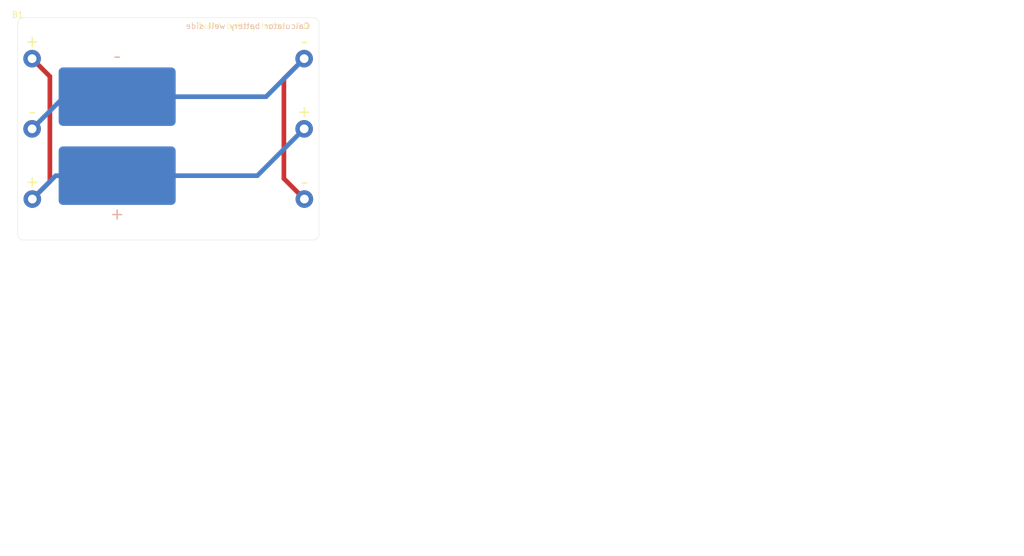
<source format=kicad_pcb>
(kicad_pcb (version 20240108) (generator "pcbnew") (generator_version "8.0")
  (layers (0 "F.Cu" signal) (31 "B.Cu" signal) (34 "B.Paste" user) (35 "F.Paste" user) (36 "B.SilkS" user "B.Silkscreen") (37 "F.SilkS" user "F.Silkscreen") (38 "B.Mask" user) (39 "F.Mask" user) (44 "Edge.Cuts" user))
  (net 0 "")
  (net 1 "/V-")
  (net 2 "/V+")
  (footprint "aaa:aaa-holder-3x1-pins" (layer "F.Cu") (at 15 15)
    (property "Reference" "B1" (at 0 -0.5 0) (layer "F.SilkS"))
    (property "Value" "~")
    (pad "1" thru_hole circle (at 2.46 7) (size 3 3) (drill 1.5) (layers "*.Cu" "*.Mask") (net 2 "/V+"))
    (pad "2" thru_hole circle (at 2.46 19) (size 3 3) (drill 1.5) (layers "*.Cu" "*.Mask") (net 1 "/V-"))
    (pad "3" thru_hole circle (at 2.5 31) (size 3 3) (drill 1.5) (layers "*.Cu" "*.Mask") (net 2 "/V+"))
    (pad "4" thru_hole circle (at 49 31) (size 3 3) (drill 1.5) (layers "*.Cu" "*.Mask") (net 1 "/V-"))
    (pad "5" thru_hole circle (at 48.96 19) (size 3 3) (drill 1.5) (layers "*.Cu" "*.Mask") (net 2 "/V+"))
    (pad "6" thru_hole circle (at 48.96 7) (size 3 3) (drill 1.5) (layers "*.Cu" "*.Mask") (net 1 "/V-"))
  )
  (footprint "aaa:hp-contacts" (layer "B.Cu") (at 32 28.5 180)
    (property "Reference" "J1" (hide yes))
    (property "Value" "~")
    (pad "1" smd roundrect (at 0 0 180) (size 20 10) (layers "B.Cu" "B.Paste" "B.Mask") (roundrect_rratio 0.075) (net 1 "/V-"))
    (pad "2" smd roundrect (at 0 -13.5 180) (size 20 10) (layers "B.Cu" "B.Paste" "B.Mask") (roundrect_rratio 0.075) (net 2 "/V+"))
  )
  (gr_arc (start 15 16) (mid 15.292893 15.292893) (end 16 15) (stroke (width 0.05)) (layer "Edge.Cuts"))
  (gr_line (start 16 15) (end 65.5 15) (stroke (width 0.05)) (layer "Edge.Cuts"))
  (gr_line (start 66.5 16) (end 66.5 52) (stroke (width 0.05)) (layer "Edge.Cuts"))
  (gr_arc (start 65.5 15) (mid 66.207107 15.292893) (end 66.5 16) (stroke (width 0.05)) (layer "Edge.Cuts"))
  (gr_arc (start 16 53) (mid 15.292893 52.707107) (end 15 52) (stroke (width 0.05)) (layer "Edge.Cuts"))
  (gr_line (start 15 52) (end 15 16) (stroke (width 0.05)) (layer "Edge.Cuts"))
  (gr_arc (start 66.5 52) (mid 66.207107 52.707107) (end 65.5 53) (stroke (width 0.05)) (layer "Edge.Cuts"))
  (gr_line (start 65.5 53) (end 16 53) (stroke (width 0.05)) (layer "Edge.Cuts"))
  (gr_text "+" (at 32 48.5 -0) (layer "B.SilkS") (effects (font (size 2 2) (thickness 0.25)) (justify mirror)))
  (gr_text "Calculator battery well side" (at 65 17 0) (layer "B.SilkS") (effects (font (size 1 1) (thickness 0.1)) (justify left bottom mirror)))
  (gr_text "–" (at 32 21.5 -0) (layer "B.SilkS") (effects (font (size 2 2) (thickness 0.25)) (justify mirror)))
  (gr_text "–" (at 17.5 31 0) (layer "F.SilkS") (effects (font (size 2 2) (thickness 0.25))))
  (gr_text "3xAAA battery holder side" (at 45.5 17 0) (layer "F.SilkS") (effects (font (size 1 1) (thickness 0.1)) (justify left bottom)))
  (gr_text "–" (at 64 19 0) (layer "F.SilkS") (effects (font (size 2 2) (thickness 0.25))))
  (gr_text "+" (at 64 31 0) (layer "F.SilkS") (effects (font (size 2 2) (thickness 0.25))))
  (gr_text "+" (at 17.5 19 0) (layer "F.SilkS") (effects (font (size 2 2) (thickness 0.25))))
  (gr_text "+" (at 17.5 43 0) (layer "F.SilkS") (effects (font (size 2 2) (thickness 0.25))))
  (gr_text "–" (at 64 43 0) (layer "F.SilkS") (effects (font (size 2 2) (thickness 0.25))))
  (segment (start 60.5 42.5) (end 64 46) (width 0.8) (layer "F.Cu") (net 1))
  (segment (start 63.96 22) (end 60.5 25.46) (width 0.8) (layer "F.Cu") (net 1))
  (segment (start 60.5 25.46) (end 60.5 42.5) (width 0.8) (layer "F.Cu") (net 1))
  (segment (start 63.96 22) (end 57.46 28.5) (width 0.8) (layer "B.Cu") (net 1))
  (segment (start 22.96 28.5) (end 32 28.5) (width 0.8) (layer "B.Cu") (net 1))
  (segment (start 17.46 34) (end 22.96 28.5) (width 0.8) (layer "B.Cu") (net 1))
  (segment (start 57.46 28.5) (end 32 28.5) (width 0.8) (layer "B.Cu") (net 1))
  (segment (start 20.5 25.04) (end 20.5 43) (width 0.8) (layer "F.Cu") (net 2))
  (segment (start 17.46 22) (end 20.5 25.04) (width 0.8) (layer "F.Cu") (net 2))
  (segment (start 20.5 43) (end 17.5 46) (width 0.8) (layer "F.Cu") (net 2))
  (segment (start 55.96 42) (end 32 42) (width 0.8) (layer "B.Cu") (net 2))
  (segment (start 17.5 46) (end 21.5 42) (width 0.8) (layer "B.Cu") (net 2))
  (segment (start 21.5 42) (end 32 42) (width 0.8) (layer "B.Cu") (net 2))
  (segment (start 63.96 34) (end 55.96 42) (width 0.8) (layer "B.Cu") (net 2))
)
</source>
